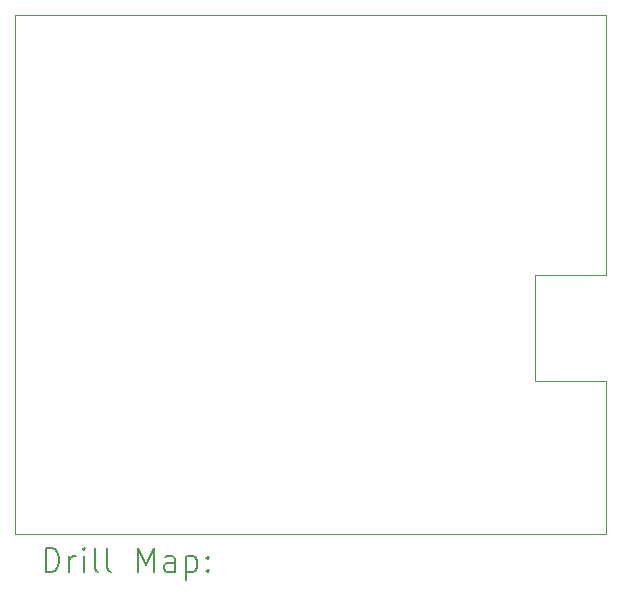
<source format=gbr>
%TF.GenerationSoftware,KiCad,Pcbnew,7.0.5*%
%TF.CreationDate,2023-10-11T12:47:38-04:00*%
%TF.ProjectId,Board_To_Be_Tested,426f6172-645f-4546-9f5f-42655f546573,rev?*%
%TF.SameCoordinates,Original*%
%TF.FileFunction,Drillmap*%
%TF.FilePolarity,Positive*%
%FSLAX45Y45*%
G04 Gerber Fmt 4.5, Leading zero omitted, Abs format (unit mm)*
G04 Created by KiCad (PCBNEW 7.0.5) date 2023-10-11 12:47:38*
%MOMM*%
%LPD*%
G01*
G04 APERTURE LIST*
%ADD10C,0.100000*%
%ADD11C,0.200000*%
G04 APERTURE END LIST*
D10*
X17500000Y-8600000D02*
X16900000Y-8600000D01*
X16900000Y-9500000D01*
X17500000Y-9500000D01*
X17500000Y-10800000D01*
X12500000Y-10800000D01*
X12500000Y-6400000D01*
X17500000Y-6400000D01*
X17500000Y-8600000D01*
D11*
X12755777Y-11116484D02*
X12755777Y-10916484D01*
X12755777Y-10916484D02*
X12803396Y-10916484D01*
X12803396Y-10916484D02*
X12831967Y-10926008D01*
X12831967Y-10926008D02*
X12851015Y-10945055D01*
X12851015Y-10945055D02*
X12860539Y-10964103D01*
X12860539Y-10964103D02*
X12870062Y-11002198D01*
X12870062Y-11002198D02*
X12870062Y-11030770D01*
X12870062Y-11030770D02*
X12860539Y-11068865D01*
X12860539Y-11068865D02*
X12851015Y-11087912D01*
X12851015Y-11087912D02*
X12831967Y-11106960D01*
X12831967Y-11106960D02*
X12803396Y-11116484D01*
X12803396Y-11116484D02*
X12755777Y-11116484D01*
X12955777Y-11116484D02*
X12955777Y-10983150D01*
X12955777Y-11021246D02*
X12965301Y-11002198D01*
X12965301Y-11002198D02*
X12974824Y-10992674D01*
X12974824Y-10992674D02*
X12993872Y-10983150D01*
X12993872Y-10983150D02*
X13012920Y-10983150D01*
X13079586Y-11116484D02*
X13079586Y-10983150D01*
X13079586Y-10916484D02*
X13070062Y-10926008D01*
X13070062Y-10926008D02*
X13079586Y-10935531D01*
X13079586Y-10935531D02*
X13089110Y-10926008D01*
X13089110Y-10926008D02*
X13079586Y-10916484D01*
X13079586Y-10916484D02*
X13079586Y-10935531D01*
X13203396Y-11116484D02*
X13184348Y-11106960D01*
X13184348Y-11106960D02*
X13174824Y-11087912D01*
X13174824Y-11087912D02*
X13174824Y-10916484D01*
X13308158Y-11116484D02*
X13289110Y-11106960D01*
X13289110Y-11106960D02*
X13279586Y-11087912D01*
X13279586Y-11087912D02*
X13279586Y-10916484D01*
X13536729Y-11116484D02*
X13536729Y-10916484D01*
X13536729Y-10916484D02*
X13603396Y-11059341D01*
X13603396Y-11059341D02*
X13670062Y-10916484D01*
X13670062Y-10916484D02*
X13670062Y-11116484D01*
X13851015Y-11116484D02*
X13851015Y-11011722D01*
X13851015Y-11011722D02*
X13841491Y-10992674D01*
X13841491Y-10992674D02*
X13822443Y-10983150D01*
X13822443Y-10983150D02*
X13784348Y-10983150D01*
X13784348Y-10983150D02*
X13765301Y-10992674D01*
X13851015Y-11106960D02*
X13831967Y-11116484D01*
X13831967Y-11116484D02*
X13784348Y-11116484D01*
X13784348Y-11116484D02*
X13765301Y-11106960D01*
X13765301Y-11106960D02*
X13755777Y-11087912D01*
X13755777Y-11087912D02*
X13755777Y-11068865D01*
X13755777Y-11068865D02*
X13765301Y-11049817D01*
X13765301Y-11049817D02*
X13784348Y-11040293D01*
X13784348Y-11040293D02*
X13831967Y-11040293D01*
X13831967Y-11040293D02*
X13851015Y-11030770D01*
X13946253Y-10983150D02*
X13946253Y-11183150D01*
X13946253Y-10992674D02*
X13965301Y-10983150D01*
X13965301Y-10983150D02*
X14003396Y-10983150D01*
X14003396Y-10983150D02*
X14022443Y-10992674D01*
X14022443Y-10992674D02*
X14031967Y-11002198D01*
X14031967Y-11002198D02*
X14041491Y-11021246D01*
X14041491Y-11021246D02*
X14041491Y-11078389D01*
X14041491Y-11078389D02*
X14031967Y-11097436D01*
X14031967Y-11097436D02*
X14022443Y-11106960D01*
X14022443Y-11106960D02*
X14003396Y-11116484D01*
X14003396Y-11116484D02*
X13965301Y-11116484D01*
X13965301Y-11116484D02*
X13946253Y-11106960D01*
X14127205Y-11097436D02*
X14136729Y-11106960D01*
X14136729Y-11106960D02*
X14127205Y-11116484D01*
X14127205Y-11116484D02*
X14117682Y-11106960D01*
X14117682Y-11106960D02*
X14127205Y-11097436D01*
X14127205Y-11097436D02*
X14127205Y-11116484D01*
X14127205Y-10992674D02*
X14136729Y-11002198D01*
X14136729Y-11002198D02*
X14127205Y-11011722D01*
X14127205Y-11011722D02*
X14117682Y-11002198D01*
X14117682Y-11002198D02*
X14127205Y-10992674D01*
X14127205Y-10992674D02*
X14127205Y-11011722D01*
M02*

</source>
